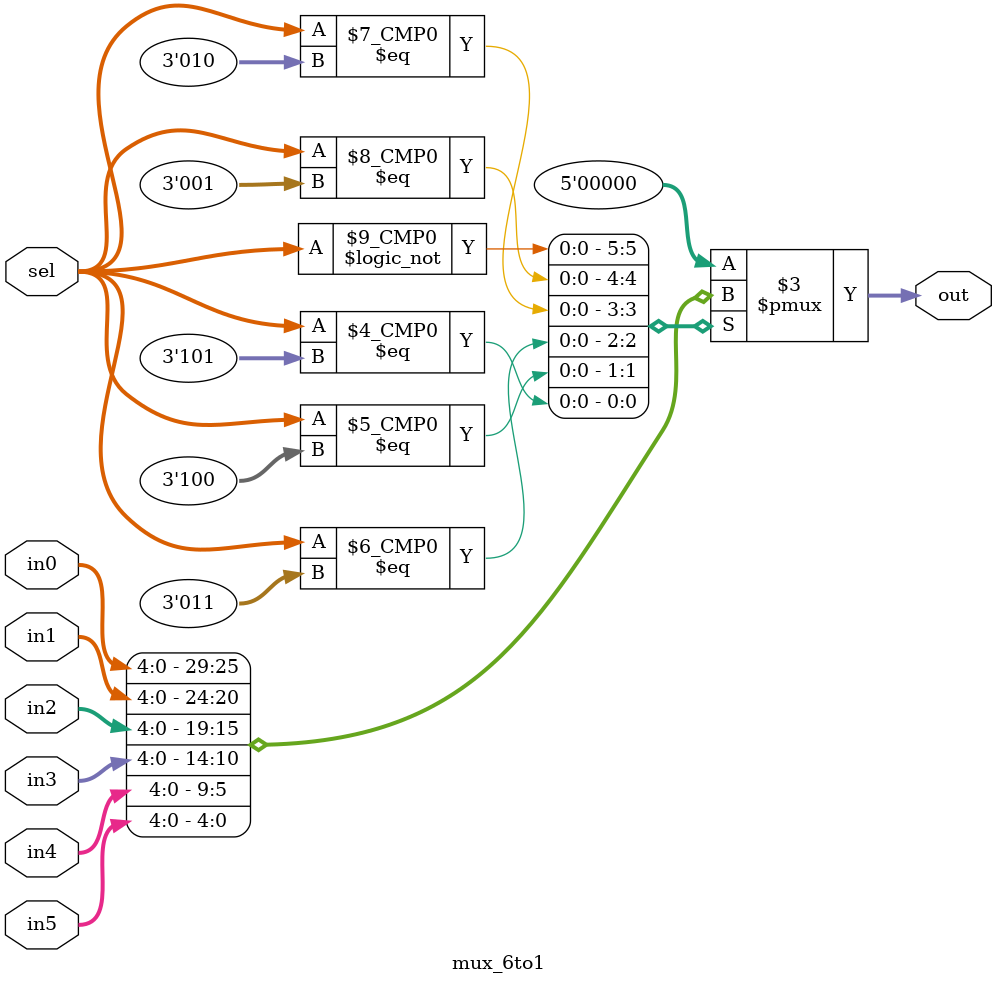
<source format=sv>
module mux_6to1 #(
    parameter WIDTH = 5  // Data width parameter
)(
    input wire [WIDTH-1:0] in0,  // Input 0
    input wire [WIDTH-1:0] in1,  // Input 1
    input wire [WIDTH-1:0] in2,  // Input 2
    input wire [WIDTH-1:0] in3,  // Input 3
    input wire [WIDTH-1:0] in4,  // Input 4
    input wire [WIDTH-1:0] in5,  // Input 5
    input wire [2:0] sel,        // Selection signal (3-bit for 6 choices)
    output reg [WIDTH-1:0] out   // Output
);
    always @(*) begin
        case (sel)
            3'b000: out = in0;
            3'b001: out = in1;
            3'b010: out = in2;
            3'b011: out = in3;
            3'b100: out = in4;
            3'b101: out = in5;
            default: out = {WIDTH{1'b0}}; // Default value to avoid undefined states
        endcase
    end
endmodule

</source>
